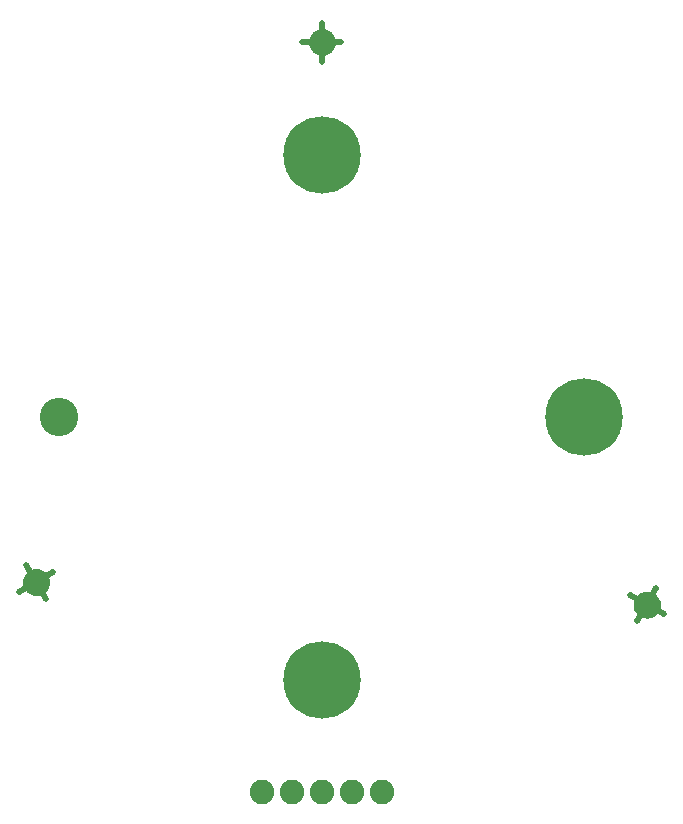
<source format=gts>
G75*
%MOIN*%
%OFA0B0*%
%FSLAX25Y25*%
%IPPOS*%
%LPD*%
%AMOC8*
5,1,8,0,0,1.08239X$1,22.5*
%
%ADD10C,0.02000*%
%ADD11C,0.01000*%
%ADD12C,0.08200*%
%ADD13C,0.25800*%
%ADD14C,0.12800*%
D10*
X0137990Y0125621D02*
X0131490Y0136879D01*
X0140369Y0134500D02*
X0129111Y0128000D01*
X0230003Y0304750D02*
X0230003Y0317750D01*
X0223503Y0311250D02*
X0236503Y0311250D01*
X0332627Y0127000D02*
X0343885Y0120500D01*
X0341506Y0129379D02*
X0335006Y0118121D01*
D11*
X0336256Y0120286D02*
X0335685Y0120686D01*
X0335192Y0121179D01*
X0334792Y0121750D01*
X0334497Y0122382D01*
X0334317Y0123055D01*
X0334256Y0123750D01*
X0334317Y0124445D01*
X0334497Y0125118D01*
X0334792Y0125750D01*
X0335248Y0126387D01*
X0335821Y0126923D01*
X0336487Y0127337D01*
X0337221Y0127614D01*
X0337994Y0127741D01*
X0338778Y0127716D01*
X0339542Y0127538D01*
X0340256Y0127214D01*
X0340827Y0126814D01*
X0341320Y0126321D01*
X0341720Y0125750D01*
X0342015Y0125118D01*
X0342195Y0124445D01*
X0342256Y0123750D01*
X0342195Y0123055D01*
X0342015Y0122382D01*
X0341720Y0121750D01*
X0341320Y0121179D01*
X0340827Y0120686D01*
X0340256Y0120286D01*
X0339624Y0119991D01*
X0338950Y0119811D01*
X0338256Y0119750D01*
X0337561Y0119811D01*
X0336888Y0119991D01*
X0336256Y0120286D01*
X0336167Y0120348D02*
X0340345Y0120348D01*
X0341438Y0121347D02*
X0335074Y0121347D01*
X0334514Y0122345D02*
X0341998Y0122345D01*
X0342220Y0123344D02*
X0334291Y0123344D01*
X0334308Y0124342D02*
X0342204Y0124342D01*
X0341911Y0125341D02*
X0334601Y0125341D01*
X0335214Y0126339D02*
X0341302Y0126339D01*
X0339983Y0127338D02*
X0336488Y0127338D01*
X0138740Y0131250D02*
X0138679Y0130555D01*
X0138499Y0129882D01*
X0138204Y0129250D01*
X0137804Y0128679D01*
X0137311Y0128186D01*
X0136740Y0127786D01*
X0136108Y0127491D01*
X0135434Y0127311D01*
X0134740Y0127250D01*
X0134045Y0127311D01*
X0133372Y0127491D01*
X0132740Y0127786D01*
X0132169Y0128186D01*
X0131676Y0128679D01*
X0131276Y0129250D01*
X0130981Y0129882D01*
X0130801Y0130555D01*
X0130740Y0131250D01*
X0130801Y0131945D01*
X0130981Y0132618D01*
X0131276Y0133250D01*
X0131676Y0133821D01*
X0132169Y0134314D01*
X0132740Y0134714D01*
X0133372Y0135009D01*
X0134045Y0135189D01*
X0134740Y0135250D01*
X0135434Y0135189D01*
X0136108Y0135009D01*
X0136740Y0134714D01*
X0137311Y0134314D01*
X0137804Y0133821D01*
X0138204Y0133250D01*
X0138499Y0132618D01*
X0138679Y0131945D01*
X0138740Y0131250D01*
X0138733Y0131332D02*
X0130747Y0131332D01*
X0130860Y0130333D02*
X0138620Y0130333D01*
X0138244Y0129335D02*
X0131236Y0129335D01*
X0132018Y0128336D02*
X0137462Y0128336D01*
X0135535Y0127338D02*
X0133944Y0127338D01*
X0130904Y0132330D02*
X0138576Y0132330D01*
X0138149Y0133329D02*
X0131331Y0133329D01*
X0132188Y0134327D02*
X0137292Y0134327D01*
X0228003Y0307786D02*
X0227432Y0308186D01*
X0226939Y0308679D01*
X0226539Y0309250D01*
X0226244Y0309882D01*
X0226063Y0310555D01*
X0226003Y0311250D01*
X0226063Y0311945D01*
X0226244Y0312618D01*
X0226539Y0313250D01*
X0226939Y0313821D01*
X0227432Y0314314D01*
X0228003Y0314714D01*
X0228635Y0315009D01*
X0229308Y0315189D01*
X0230003Y0315250D01*
X0230697Y0315189D01*
X0231371Y0315009D01*
X0232003Y0314714D01*
X0232574Y0314314D01*
X0233067Y0313821D01*
X0233467Y0313250D01*
X0233761Y0312618D01*
X0233942Y0311945D01*
X0234003Y0311250D01*
X0233942Y0310555D01*
X0233761Y0309882D01*
X0233467Y0309250D01*
X0233067Y0308679D01*
X0232574Y0308186D01*
X0232003Y0307786D01*
X0231371Y0307491D01*
X0230697Y0307311D01*
X0230003Y0307250D01*
X0229308Y0307311D01*
X0228635Y0307491D01*
X0228003Y0307786D01*
X0227599Y0308068D02*
X0232406Y0308068D01*
X0233339Y0309067D02*
X0226667Y0309067D01*
X0226195Y0310065D02*
X0233811Y0310065D01*
X0233986Y0311064D02*
X0226019Y0311064D01*
X0226095Y0312062D02*
X0233910Y0312062D01*
X0233555Y0313061D02*
X0226450Y0313061D01*
X0227177Y0314059D02*
X0232829Y0314059D01*
X0231187Y0315058D02*
X0228818Y0315058D01*
D12*
X0230003Y0061250D03*
X0240003Y0061250D03*
X0250003Y0061250D03*
X0220003Y0061250D03*
X0210003Y0061250D03*
D13*
X0230003Y0098750D03*
X0317503Y0186250D03*
X0230003Y0273750D03*
D14*
X0142503Y0186250D03*
M02*

</source>
